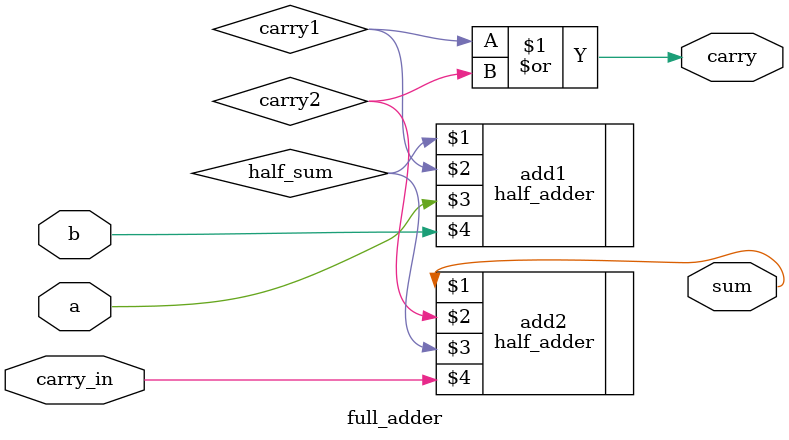
<source format=v>
module full_adder(sum, carry, a, b, carry_in);
    input a, b, carry_in;
    output sum, carry;

    wire half_sum, carry1, carry2;

    assign carry = carry1 | carry2;
    half_adder add1(half_sum, carry1, a, b);
    half_adder add2(sum, carry2, half_sum, carry_in);
endmodule

</source>
